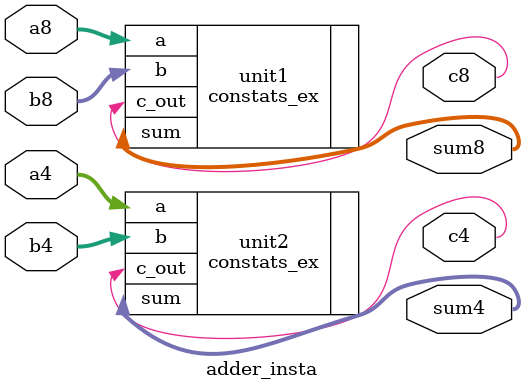
<source format=v>
`timescale 1ns / 1ps


module adder_insta(
    input wire [3:0] a4, b4,
    input wire [7:0] a8, b8,
    output wire [3:0] sum4,
    output wire c4,
    output wire [7:0] sum8,
    output wire c8
    );
    
    constats_ex #(.N(8)) unit1
        (.a(a8), .b(b8), .sum(sum8), .c_out(c8));
        
    constats_ex unit2
        (.a(a4), .b(b4), .sum(sum4), .c_out(c4));
endmodule

</source>
